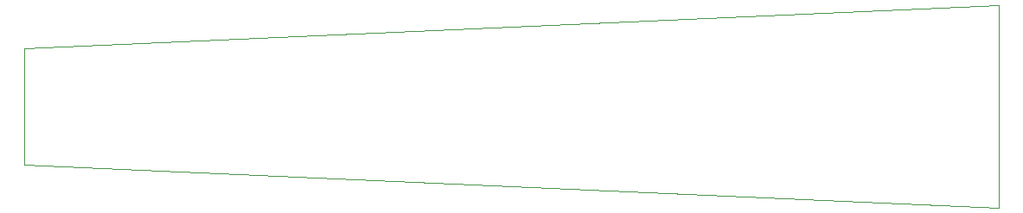
<source format=gbr>
G04 #@! TF.FileFunction,Profile,NP*
%FSLAX46Y46*%
G04 Gerber Fmt 4.6, Leading zero omitted, Abs format (unit mm)*
G04 Created by KiCad (PCBNEW 4.0.6) date 09/09/17 21:27:57*
%MOMM*%
%LPD*%
G01*
G04 APERTURE LIST*
%ADD10C,0.100000*%
%ADD11C,0.010000*%
G04 APERTURE END LIST*
D10*
D11*
X198700000Y-81450000D02*
X198700000Y-61550000D01*
X103300000Y-77200000D02*
X103300000Y-65800000D01*
X103300000Y-77200000D02*
X198700000Y-81450000D01*
X103300000Y-65800000D02*
X198700000Y-61550000D01*
M02*

</source>
